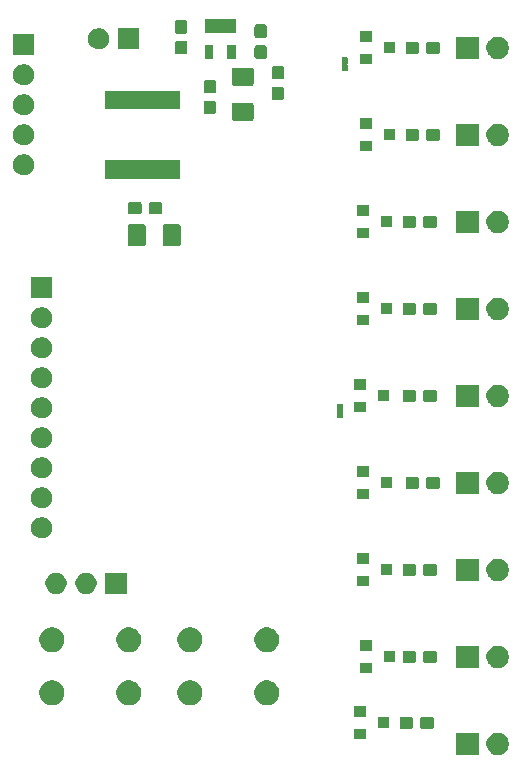
<source format=gbr>
G04 #@! TF.GenerationSoftware,KiCad,Pcbnew,(5.1.5-0-10_14)*
G04 #@! TF.CreationDate,2020-02-27T20:03:29-05:00*
G04 #@! TF.ProjectId,led_level_pcb,6c65645f-6c65-4766-956c-5f7063622e6b,rev?*
G04 #@! TF.SameCoordinates,Original*
G04 #@! TF.FileFunction,Soldermask,Top*
G04 #@! TF.FilePolarity,Negative*
%FSLAX46Y46*%
G04 Gerber Fmt 4.6, Leading zero omitted, Abs format (unit mm)*
G04 Created by KiCad (PCBNEW (5.1.5-0-10_14)) date 2020-02-27 20:03:29*
%MOMM*%
%LPD*%
G04 APERTURE LIST*
%ADD10C,0.100000*%
G04 APERTURE END LIST*
D10*
G36*
X223797395Y-84683546D02*
G01*
X223970466Y-84755234D01*
X223970467Y-84755235D01*
X224126227Y-84859310D01*
X224258690Y-84991773D01*
X224258691Y-84991775D01*
X224362766Y-85147534D01*
X224434454Y-85320605D01*
X224471000Y-85504333D01*
X224471000Y-85691667D01*
X224434454Y-85875395D01*
X224362766Y-86048466D01*
X224362765Y-86048467D01*
X224258690Y-86204227D01*
X224126227Y-86336690D01*
X224047818Y-86389081D01*
X223970466Y-86440766D01*
X223797395Y-86512454D01*
X223613667Y-86549000D01*
X223426333Y-86549000D01*
X223242605Y-86512454D01*
X223069534Y-86440766D01*
X222992182Y-86389081D01*
X222913773Y-86336690D01*
X222781310Y-86204227D01*
X222677235Y-86048467D01*
X222677234Y-86048466D01*
X222605546Y-85875395D01*
X222569000Y-85691667D01*
X222569000Y-85504333D01*
X222605546Y-85320605D01*
X222677234Y-85147534D01*
X222781309Y-84991775D01*
X222781310Y-84991773D01*
X222913773Y-84859310D01*
X223069533Y-84755235D01*
X223069534Y-84755234D01*
X223242605Y-84683546D01*
X223426333Y-84647000D01*
X223613667Y-84647000D01*
X223797395Y-84683546D01*
G37*
G36*
X221931000Y-86549000D02*
G01*
X220029000Y-86549000D01*
X220029000Y-84647000D01*
X221931000Y-84647000D01*
X221931000Y-86549000D01*
G37*
G36*
X212353000Y-85221000D02*
G01*
X211351000Y-85221000D01*
X211351000Y-84319000D01*
X212353000Y-84319000D01*
X212353000Y-85221000D01*
G37*
G36*
X217951499Y-83298445D02*
G01*
X217988995Y-83309820D01*
X218023554Y-83328292D01*
X218053847Y-83353153D01*
X218078708Y-83383446D01*
X218097180Y-83418005D01*
X218108555Y-83455501D01*
X218113000Y-83500638D01*
X218113000Y-84139362D01*
X218108555Y-84184499D01*
X218097180Y-84221995D01*
X218078708Y-84256554D01*
X218053847Y-84286847D01*
X218023554Y-84311708D01*
X217988995Y-84330180D01*
X217951499Y-84341555D01*
X217906362Y-84346000D01*
X217167638Y-84346000D01*
X217122501Y-84341555D01*
X217085005Y-84330180D01*
X217050446Y-84311708D01*
X217020153Y-84286847D01*
X216995292Y-84256554D01*
X216976820Y-84221995D01*
X216965445Y-84184499D01*
X216961000Y-84139362D01*
X216961000Y-83500638D01*
X216965445Y-83455501D01*
X216976820Y-83418005D01*
X216995292Y-83383446D01*
X217020153Y-83353153D01*
X217050446Y-83328292D01*
X217085005Y-83309820D01*
X217122501Y-83298445D01*
X217167638Y-83294000D01*
X217906362Y-83294000D01*
X217951499Y-83298445D01*
G37*
G36*
X216201499Y-83298445D02*
G01*
X216238995Y-83309820D01*
X216273554Y-83328292D01*
X216303847Y-83353153D01*
X216328708Y-83383446D01*
X216347180Y-83418005D01*
X216358555Y-83455501D01*
X216363000Y-83500638D01*
X216363000Y-84139362D01*
X216358555Y-84184499D01*
X216347180Y-84221995D01*
X216328708Y-84256554D01*
X216303847Y-84286847D01*
X216273554Y-84311708D01*
X216238995Y-84330180D01*
X216201499Y-84341555D01*
X216156362Y-84346000D01*
X215417638Y-84346000D01*
X215372501Y-84341555D01*
X215335005Y-84330180D01*
X215300446Y-84311708D01*
X215270153Y-84286847D01*
X215245292Y-84256554D01*
X215226820Y-84221995D01*
X215215445Y-84184499D01*
X215211000Y-84139362D01*
X215211000Y-83500638D01*
X215215445Y-83455501D01*
X215226820Y-83418005D01*
X215245292Y-83383446D01*
X215270153Y-83353153D01*
X215300446Y-83328292D01*
X215335005Y-83309820D01*
X215372501Y-83298445D01*
X215417638Y-83294000D01*
X216156362Y-83294000D01*
X216201499Y-83298445D01*
G37*
G36*
X214353000Y-84271000D02*
G01*
X213351000Y-84271000D01*
X213351000Y-83369000D01*
X214353000Y-83369000D01*
X214353000Y-84271000D01*
G37*
G36*
X212353000Y-83321000D02*
G01*
X211351000Y-83321000D01*
X211351000Y-82419000D01*
X212353000Y-82419000D01*
X212353000Y-83321000D01*
G37*
G36*
X204268564Y-80269389D02*
G01*
X204459833Y-80348615D01*
X204459835Y-80348616D01*
X204631973Y-80463635D01*
X204778365Y-80610027D01*
X204893385Y-80782167D01*
X204972611Y-80973436D01*
X205013000Y-81176484D01*
X205013000Y-81383516D01*
X204972611Y-81586564D01*
X204893385Y-81777833D01*
X204893384Y-81777835D01*
X204778365Y-81949973D01*
X204631973Y-82096365D01*
X204459835Y-82211384D01*
X204459834Y-82211385D01*
X204459833Y-82211385D01*
X204268564Y-82290611D01*
X204065516Y-82331000D01*
X203858484Y-82331000D01*
X203655436Y-82290611D01*
X203464167Y-82211385D01*
X203464166Y-82211385D01*
X203464165Y-82211384D01*
X203292027Y-82096365D01*
X203145635Y-81949973D01*
X203030616Y-81777835D01*
X203030615Y-81777833D01*
X202951389Y-81586564D01*
X202911000Y-81383516D01*
X202911000Y-81176484D01*
X202951389Y-80973436D01*
X203030615Y-80782167D01*
X203145635Y-80610027D01*
X203292027Y-80463635D01*
X203464165Y-80348616D01*
X203464167Y-80348615D01*
X203655436Y-80269389D01*
X203858484Y-80229000D01*
X204065516Y-80229000D01*
X204268564Y-80269389D01*
G37*
G36*
X197768564Y-80269389D02*
G01*
X197959833Y-80348615D01*
X197959835Y-80348616D01*
X198131973Y-80463635D01*
X198278365Y-80610027D01*
X198393385Y-80782167D01*
X198472611Y-80973436D01*
X198513000Y-81176484D01*
X198513000Y-81383516D01*
X198472611Y-81586564D01*
X198393385Y-81777833D01*
X198393384Y-81777835D01*
X198278365Y-81949973D01*
X198131973Y-82096365D01*
X197959835Y-82211384D01*
X197959834Y-82211385D01*
X197959833Y-82211385D01*
X197768564Y-82290611D01*
X197565516Y-82331000D01*
X197358484Y-82331000D01*
X197155436Y-82290611D01*
X196964167Y-82211385D01*
X196964166Y-82211385D01*
X196964165Y-82211384D01*
X196792027Y-82096365D01*
X196645635Y-81949973D01*
X196530616Y-81777835D01*
X196530615Y-81777833D01*
X196451389Y-81586564D01*
X196411000Y-81383516D01*
X196411000Y-81176484D01*
X196451389Y-80973436D01*
X196530615Y-80782167D01*
X196645635Y-80610027D01*
X196792027Y-80463635D01*
X196964165Y-80348616D01*
X196964167Y-80348615D01*
X197155436Y-80269389D01*
X197358484Y-80229000D01*
X197565516Y-80229000D01*
X197768564Y-80269389D01*
G37*
G36*
X192584564Y-80269389D02*
G01*
X192775833Y-80348615D01*
X192775835Y-80348616D01*
X192947973Y-80463635D01*
X193094365Y-80610027D01*
X193209385Y-80782167D01*
X193288611Y-80973436D01*
X193329000Y-81176484D01*
X193329000Y-81383516D01*
X193288611Y-81586564D01*
X193209385Y-81777833D01*
X193209384Y-81777835D01*
X193094365Y-81949973D01*
X192947973Y-82096365D01*
X192775835Y-82211384D01*
X192775834Y-82211385D01*
X192775833Y-82211385D01*
X192584564Y-82290611D01*
X192381516Y-82331000D01*
X192174484Y-82331000D01*
X191971436Y-82290611D01*
X191780167Y-82211385D01*
X191780166Y-82211385D01*
X191780165Y-82211384D01*
X191608027Y-82096365D01*
X191461635Y-81949973D01*
X191346616Y-81777835D01*
X191346615Y-81777833D01*
X191267389Y-81586564D01*
X191227000Y-81383516D01*
X191227000Y-81176484D01*
X191267389Y-80973436D01*
X191346615Y-80782167D01*
X191461635Y-80610027D01*
X191608027Y-80463635D01*
X191780165Y-80348616D01*
X191780167Y-80348615D01*
X191971436Y-80269389D01*
X192174484Y-80229000D01*
X192381516Y-80229000D01*
X192584564Y-80269389D01*
G37*
G36*
X186084564Y-80269389D02*
G01*
X186275833Y-80348615D01*
X186275835Y-80348616D01*
X186447973Y-80463635D01*
X186594365Y-80610027D01*
X186709385Y-80782167D01*
X186788611Y-80973436D01*
X186829000Y-81176484D01*
X186829000Y-81383516D01*
X186788611Y-81586564D01*
X186709385Y-81777833D01*
X186709384Y-81777835D01*
X186594365Y-81949973D01*
X186447973Y-82096365D01*
X186275835Y-82211384D01*
X186275834Y-82211385D01*
X186275833Y-82211385D01*
X186084564Y-82290611D01*
X185881516Y-82331000D01*
X185674484Y-82331000D01*
X185471436Y-82290611D01*
X185280167Y-82211385D01*
X185280166Y-82211385D01*
X185280165Y-82211384D01*
X185108027Y-82096365D01*
X184961635Y-81949973D01*
X184846616Y-81777835D01*
X184846615Y-81777833D01*
X184767389Y-81586564D01*
X184727000Y-81383516D01*
X184727000Y-81176484D01*
X184767389Y-80973436D01*
X184846615Y-80782167D01*
X184961635Y-80610027D01*
X185108027Y-80463635D01*
X185280165Y-80348616D01*
X185280167Y-80348615D01*
X185471436Y-80269389D01*
X185674484Y-80229000D01*
X185881516Y-80229000D01*
X186084564Y-80269389D01*
G37*
G36*
X212861000Y-79633000D02*
G01*
X211859000Y-79633000D01*
X211859000Y-78731000D01*
X212861000Y-78731000D01*
X212861000Y-79633000D01*
G37*
G36*
X221931000Y-79183000D02*
G01*
X220029000Y-79183000D01*
X220029000Y-77281000D01*
X221931000Y-77281000D01*
X221931000Y-79183000D01*
G37*
G36*
X223797395Y-77317546D02*
G01*
X223970466Y-77389234D01*
X223970467Y-77389235D01*
X224126227Y-77493310D01*
X224258690Y-77625773D01*
X224258691Y-77625775D01*
X224362766Y-77781534D01*
X224434454Y-77954605D01*
X224471000Y-78138333D01*
X224471000Y-78325667D01*
X224434454Y-78509395D01*
X224362766Y-78682466D01*
X224325673Y-78737980D01*
X224258690Y-78838227D01*
X224126227Y-78970690D01*
X224047818Y-79023081D01*
X223970466Y-79074766D01*
X223797395Y-79146454D01*
X223613667Y-79183000D01*
X223426333Y-79183000D01*
X223242605Y-79146454D01*
X223069534Y-79074766D01*
X222992182Y-79023081D01*
X222913773Y-78970690D01*
X222781310Y-78838227D01*
X222714327Y-78737980D01*
X222677234Y-78682466D01*
X222605546Y-78509395D01*
X222569000Y-78325667D01*
X222569000Y-78138333D01*
X222605546Y-77954605D01*
X222677234Y-77781534D01*
X222781309Y-77625775D01*
X222781310Y-77625773D01*
X222913773Y-77493310D01*
X223069533Y-77389235D01*
X223069534Y-77389234D01*
X223242605Y-77317546D01*
X223426333Y-77281000D01*
X223613667Y-77281000D01*
X223797395Y-77317546D01*
G37*
G36*
X218205499Y-77710445D02*
G01*
X218242995Y-77721820D01*
X218277554Y-77740292D01*
X218307847Y-77765153D01*
X218332708Y-77795446D01*
X218351180Y-77830005D01*
X218362555Y-77867501D01*
X218367000Y-77912638D01*
X218367000Y-78551362D01*
X218362555Y-78596499D01*
X218351180Y-78633995D01*
X218332708Y-78668554D01*
X218307847Y-78698847D01*
X218277554Y-78723708D01*
X218242995Y-78742180D01*
X218205499Y-78753555D01*
X218160362Y-78758000D01*
X217421638Y-78758000D01*
X217376501Y-78753555D01*
X217339005Y-78742180D01*
X217304446Y-78723708D01*
X217274153Y-78698847D01*
X217249292Y-78668554D01*
X217230820Y-78633995D01*
X217219445Y-78596499D01*
X217215000Y-78551362D01*
X217215000Y-77912638D01*
X217219445Y-77867501D01*
X217230820Y-77830005D01*
X217249292Y-77795446D01*
X217274153Y-77765153D01*
X217304446Y-77740292D01*
X217339005Y-77721820D01*
X217376501Y-77710445D01*
X217421638Y-77706000D01*
X218160362Y-77706000D01*
X218205499Y-77710445D01*
G37*
G36*
X216455499Y-77710445D02*
G01*
X216492995Y-77721820D01*
X216527554Y-77740292D01*
X216557847Y-77765153D01*
X216582708Y-77795446D01*
X216601180Y-77830005D01*
X216612555Y-77867501D01*
X216617000Y-77912638D01*
X216617000Y-78551362D01*
X216612555Y-78596499D01*
X216601180Y-78633995D01*
X216582708Y-78668554D01*
X216557847Y-78698847D01*
X216527554Y-78723708D01*
X216492995Y-78742180D01*
X216455499Y-78753555D01*
X216410362Y-78758000D01*
X215671638Y-78758000D01*
X215626501Y-78753555D01*
X215589005Y-78742180D01*
X215554446Y-78723708D01*
X215524153Y-78698847D01*
X215499292Y-78668554D01*
X215480820Y-78633995D01*
X215469445Y-78596499D01*
X215465000Y-78551362D01*
X215465000Y-77912638D01*
X215469445Y-77867501D01*
X215480820Y-77830005D01*
X215499292Y-77795446D01*
X215524153Y-77765153D01*
X215554446Y-77740292D01*
X215589005Y-77721820D01*
X215626501Y-77710445D01*
X215671638Y-77706000D01*
X216410362Y-77706000D01*
X216455499Y-77710445D01*
G37*
G36*
X214861000Y-78683000D02*
G01*
X213859000Y-78683000D01*
X213859000Y-77781000D01*
X214861000Y-77781000D01*
X214861000Y-78683000D01*
G37*
G36*
X186084564Y-75769389D02*
G01*
X186275833Y-75848615D01*
X186275835Y-75848616D01*
X186447973Y-75963635D01*
X186594365Y-76110027D01*
X186709385Y-76282167D01*
X186788611Y-76473436D01*
X186829000Y-76676484D01*
X186829000Y-76883516D01*
X186788611Y-77086564D01*
X186709385Y-77277833D01*
X186709384Y-77277835D01*
X186594365Y-77449973D01*
X186447973Y-77596365D01*
X186275835Y-77711384D01*
X186275834Y-77711385D01*
X186275833Y-77711385D01*
X186084564Y-77790611D01*
X185881516Y-77831000D01*
X185674484Y-77831000D01*
X185471436Y-77790611D01*
X185280167Y-77711385D01*
X185280166Y-77711385D01*
X185280165Y-77711384D01*
X185108027Y-77596365D01*
X184961635Y-77449973D01*
X184846616Y-77277835D01*
X184846615Y-77277833D01*
X184767389Y-77086564D01*
X184727000Y-76883516D01*
X184727000Y-76676484D01*
X184767389Y-76473436D01*
X184846615Y-76282167D01*
X184961635Y-76110027D01*
X185108027Y-75963635D01*
X185280165Y-75848616D01*
X185280167Y-75848615D01*
X185471436Y-75769389D01*
X185674484Y-75729000D01*
X185881516Y-75729000D01*
X186084564Y-75769389D01*
G37*
G36*
X192584564Y-75769389D02*
G01*
X192775833Y-75848615D01*
X192775835Y-75848616D01*
X192947973Y-75963635D01*
X193094365Y-76110027D01*
X193209385Y-76282167D01*
X193288611Y-76473436D01*
X193329000Y-76676484D01*
X193329000Y-76883516D01*
X193288611Y-77086564D01*
X193209385Y-77277833D01*
X193209384Y-77277835D01*
X193094365Y-77449973D01*
X192947973Y-77596365D01*
X192775835Y-77711384D01*
X192775834Y-77711385D01*
X192775833Y-77711385D01*
X192584564Y-77790611D01*
X192381516Y-77831000D01*
X192174484Y-77831000D01*
X191971436Y-77790611D01*
X191780167Y-77711385D01*
X191780166Y-77711385D01*
X191780165Y-77711384D01*
X191608027Y-77596365D01*
X191461635Y-77449973D01*
X191346616Y-77277835D01*
X191346615Y-77277833D01*
X191267389Y-77086564D01*
X191227000Y-76883516D01*
X191227000Y-76676484D01*
X191267389Y-76473436D01*
X191346615Y-76282167D01*
X191461635Y-76110027D01*
X191608027Y-75963635D01*
X191780165Y-75848616D01*
X191780167Y-75848615D01*
X191971436Y-75769389D01*
X192174484Y-75729000D01*
X192381516Y-75729000D01*
X192584564Y-75769389D01*
G37*
G36*
X197768564Y-75769389D02*
G01*
X197959833Y-75848615D01*
X197959835Y-75848616D01*
X198131973Y-75963635D01*
X198278365Y-76110027D01*
X198393385Y-76282167D01*
X198472611Y-76473436D01*
X198513000Y-76676484D01*
X198513000Y-76883516D01*
X198472611Y-77086564D01*
X198393385Y-77277833D01*
X198393384Y-77277835D01*
X198278365Y-77449973D01*
X198131973Y-77596365D01*
X197959835Y-77711384D01*
X197959834Y-77711385D01*
X197959833Y-77711385D01*
X197768564Y-77790611D01*
X197565516Y-77831000D01*
X197358484Y-77831000D01*
X197155436Y-77790611D01*
X196964167Y-77711385D01*
X196964166Y-77711385D01*
X196964165Y-77711384D01*
X196792027Y-77596365D01*
X196645635Y-77449973D01*
X196530616Y-77277835D01*
X196530615Y-77277833D01*
X196451389Y-77086564D01*
X196411000Y-76883516D01*
X196411000Y-76676484D01*
X196451389Y-76473436D01*
X196530615Y-76282167D01*
X196645635Y-76110027D01*
X196792027Y-75963635D01*
X196964165Y-75848616D01*
X196964167Y-75848615D01*
X197155436Y-75769389D01*
X197358484Y-75729000D01*
X197565516Y-75729000D01*
X197768564Y-75769389D01*
G37*
G36*
X204268564Y-75769389D02*
G01*
X204459833Y-75848615D01*
X204459835Y-75848616D01*
X204631973Y-75963635D01*
X204778365Y-76110027D01*
X204893385Y-76282167D01*
X204972611Y-76473436D01*
X205013000Y-76676484D01*
X205013000Y-76883516D01*
X204972611Y-77086564D01*
X204893385Y-77277833D01*
X204893384Y-77277835D01*
X204778365Y-77449973D01*
X204631973Y-77596365D01*
X204459835Y-77711384D01*
X204459834Y-77711385D01*
X204459833Y-77711385D01*
X204268564Y-77790611D01*
X204065516Y-77831000D01*
X203858484Y-77831000D01*
X203655436Y-77790611D01*
X203464167Y-77711385D01*
X203464166Y-77711385D01*
X203464165Y-77711384D01*
X203292027Y-77596365D01*
X203145635Y-77449973D01*
X203030616Y-77277835D01*
X203030615Y-77277833D01*
X202951389Y-77086564D01*
X202911000Y-76883516D01*
X202911000Y-76676484D01*
X202951389Y-76473436D01*
X203030615Y-76282167D01*
X203145635Y-76110027D01*
X203292027Y-75963635D01*
X203464165Y-75848616D01*
X203464167Y-75848615D01*
X203655436Y-75769389D01*
X203858484Y-75729000D01*
X204065516Y-75729000D01*
X204268564Y-75769389D01*
G37*
G36*
X212861000Y-77733000D02*
G01*
X211859000Y-77733000D01*
X211859000Y-76831000D01*
X212861000Y-76831000D01*
X212861000Y-77733000D01*
G37*
G36*
X192105998Y-72920042D02*
G01*
X190303998Y-72920042D01*
X190303998Y-71118042D01*
X192105998Y-71118042D01*
X192105998Y-72920042D01*
G37*
G36*
X186238510Y-71122969D02*
G01*
X186387810Y-71152666D01*
X186551782Y-71220586D01*
X186699352Y-71319189D01*
X186824851Y-71444688D01*
X186923454Y-71592258D01*
X186991374Y-71756230D01*
X187025998Y-71930301D01*
X187025998Y-72107783D01*
X186991374Y-72281854D01*
X186923454Y-72445826D01*
X186824851Y-72593396D01*
X186699352Y-72718895D01*
X186551782Y-72817498D01*
X186387810Y-72885418D01*
X186238510Y-72915115D01*
X186213740Y-72920042D01*
X186036256Y-72920042D01*
X186011486Y-72915115D01*
X185862186Y-72885418D01*
X185698214Y-72817498D01*
X185550644Y-72718895D01*
X185425145Y-72593396D01*
X185326542Y-72445826D01*
X185258622Y-72281854D01*
X185223998Y-72107783D01*
X185223998Y-71930301D01*
X185258622Y-71756230D01*
X185326542Y-71592258D01*
X185425145Y-71444688D01*
X185550644Y-71319189D01*
X185698214Y-71220586D01*
X185862186Y-71152666D01*
X186011486Y-71122969D01*
X186036256Y-71118042D01*
X186213740Y-71118042D01*
X186238510Y-71122969D01*
G37*
G36*
X188778510Y-71122969D02*
G01*
X188927810Y-71152666D01*
X189091782Y-71220586D01*
X189239352Y-71319189D01*
X189364851Y-71444688D01*
X189463454Y-71592258D01*
X189531374Y-71756230D01*
X189565998Y-71930301D01*
X189565998Y-72107783D01*
X189531374Y-72281854D01*
X189463454Y-72445826D01*
X189364851Y-72593396D01*
X189239352Y-72718895D01*
X189091782Y-72817498D01*
X188927810Y-72885418D01*
X188778510Y-72915115D01*
X188753740Y-72920042D01*
X188576256Y-72920042D01*
X188551486Y-72915115D01*
X188402186Y-72885418D01*
X188238214Y-72817498D01*
X188090644Y-72718895D01*
X187965145Y-72593396D01*
X187866542Y-72445826D01*
X187798622Y-72281854D01*
X187763998Y-72107783D01*
X187763998Y-71930301D01*
X187798622Y-71756230D01*
X187866542Y-71592258D01*
X187965145Y-71444688D01*
X188090644Y-71319189D01*
X188238214Y-71220586D01*
X188402186Y-71152666D01*
X188551486Y-71122969D01*
X188576256Y-71118042D01*
X188753740Y-71118042D01*
X188778510Y-71122969D01*
G37*
G36*
X212607000Y-72267000D02*
G01*
X211605000Y-72267000D01*
X211605000Y-71365000D01*
X212607000Y-71365000D01*
X212607000Y-72267000D01*
G37*
G36*
X223797395Y-69951546D02*
G01*
X223970466Y-70023234D01*
X223970467Y-70023235D01*
X224126227Y-70127310D01*
X224258690Y-70259773D01*
X224258691Y-70259775D01*
X224362766Y-70415534D01*
X224434454Y-70588605D01*
X224471000Y-70772333D01*
X224471000Y-70959667D01*
X224434454Y-71143395D01*
X224362766Y-71316466D01*
X224325673Y-71371980D01*
X224258690Y-71472227D01*
X224126227Y-71604690D01*
X224047818Y-71657081D01*
X223970466Y-71708766D01*
X223797395Y-71780454D01*
X223613667Y-71817000D01*
X223426333Y-71817000D01*
X223242605Y-71780454D01*
X223069534Y-71708766D01*
X222992182Y-71657081D01*
X222913773Y-71604690D01*
X222781310Y-71472227D01*
X222714327Y-71371980D01*
X222677234Y-71316466D01*
X222605546Y-71143395D01*
X222569000Y-70959667D01*
X222569000Y-70772333D01*
X222605546Y-70588605D01*
X222677234Y-70415534D01*
X222781309Y-70259775D01*
X222781310Y-70259773D01*
X222913773Y-70127310D01*
X223069533Y-70023235D01*
X223069534Y-70023234D01*
X223242605Y-69951546D01*
X223426333Y-69915000D01*
X223613667Y-69915000D01*
X223797395Y-69951546D01*
G37*
G36*
X221931000Y-71817000D02*
G01*
X220029000Y-71817000D01*
X220029000Y-69915000D01*
X221931000Y-69915000D01*
X221931000Y-71817000D01*
G37*
G36*
X218205499Y-70344445D02*
G01*
X218242995Y-70355820D01*
X218277554Y-70374292D01*
X218307847Y-70399153D01*
X218332708Y-70429446D01*
X218351180Y-70464005D01*
X218362555Y-70501501D01*
X218367000Y-70546638D01*
X218367000Y-71185362D01*
X218362555Y-71230499D01*
X218351180Y-71267995D01*
X218332708Y-71302554D01*
X218307847Y-71332847D01*
X218277554Y-71357708D01*
X218242995Y-71376180D01*
X218205499Y-71387555D01*
X218160362Y-71392000D01*
X217421638Y-71392000D01*
X217376501Y-71387555D01*
X217339005Y-71376180D01*
X217304446Y-71357708D01*
X217274153Y-71332847D01*
X217249292Y-71302554D01*
X217230820Y-71267995D01*
X217219445Y-71230499D01*
X217215000Y-71185362D01*
X217215000Y-70546638D01*
X217219445Y-70501501D01*
X217230820Y-70464005D01*
X217249292Y-70429446D01*
X217274153Y-70399153D01*
X217304446Y-70374292D01*
X217339005Y-70355820D01*
X217376501Y-70344445D01*
X217421638Y-70340000D01*
X218160362Y-70340000D01*
X218205499Y-70344445D01*
G37*
G36*
X216455499Y-70344445D02*
G01*
X216492995Y-70355820D01*
X216527554Y-70374292D01*
X216557847Y-70399153D01*
X216582708Y-70429446D01*
X216601180Y-70464005D01*
X216612555Y-70501501D01*
X216617000Y-70546638D01*
X216617000Y-71185362D01*
X216612555Y-71230499D01*
X216601180Y-71267995D01*
X216582708Y-71302554D01*
X216557847Y-71332847D01*
X216527554Y-71357708D01*
X216492995Y-71376180D01*
X216455499Y-71387555D01*
X216410362Y-71392000D01*
X215671638Y-71392000D01*
X215626501Y-71387555D01*
X215589005Y-71376180D01*
X215554446Y-71357708D01*
X215524153Y-71332847D01*
X215499292Y-71302554D01*
X215480820Y-71267995D01*
X215469445Y-71230499D01*
X215465000Y-71185362D01*
X215465000Y-70546638D01*
X215469445Y-70501501D01*
X215480820Y-70464005D01*
X215499292Y-70429446D01*
X215524153Y-70399153D01*
X215554446Y-70374292D01*
X215589005Y-70355820D01*
X215626501Y-70344445D01*
X215671638Y-70340000D01*
X216410362Y-70340000D01*
X216455499Y-70344445D01*
G37*
G36*
X214607000Y-71317000D02*
G01*
X213605000Y-71317000D01*
X213605000Y-70415000D01*
X214607000Y-70415000D01*
X214607000Y-71317000D01*
G37*
G36*
X212607000Y-70367000D02*
G01*
X211605000Y-70367000D01*
X211605000Y-69465000D01*
X212607000Y-69465000D01*
X212607000Y-70367000D01*
G37*
G36*
X185025512Y-66413927D02*
G01*
X185174812Y-66443624D01*
X185338784Y-66511544D01*
X185486354Y-66610147D01*
X185611853Y-66735646D01*
X185710456Y-66883216D01*
X185778376Y-67047188D01*
X185813000Y-67221259D01*
X185813000Y-67398741D01*
X185778376Y-67572812D01*
X185710456Y-67736784D01*
X185611853Y-67884354D01*
X185486354Y-68009853D01*
X185338784Y-68108456D01*
X185174812Y-68176376D01*
X185025512Y-68206073D01*
X185000742Y-68211000D01*
X184823258Y-68211000D01*
X184798488Y-68206073D01*
X184649188Y-68176376D01*
X184485216Y-68108456D01*
X184337646Y-68009853D01*
X184212147Y-67884354D01*
X184113544Y-67736784D01*
X184045624Y-67572812D01*
X184011000Y-67398741D01*
X184011000Y-67221259D01*
X184045624Y-67047188D01*
X184113544Y-66883216D01*
X184212147Y-66735646D01*
X184337646Y-66610147D01*
X184485216Y-66511544D01*
X184649188Y-66443624D01*
X184798488Y-66413927D01*
X184823258Y-66409000D01*
X185000742Y-66409000D01*
X185025512Y-66413927D01*
G37*
G36*
X185025512Y-63873927D02*
G01*
X185174812Y-63903624D01*
X185338784Y-63971544D01*
X185486354Y-64070147D01*
X185611853Y-64195646D01*
X185710456Y-64343216D01*
X185778376Y-64507188D01*
X185813000Y-64681259D01*
X185813000Y-64858741D01*
X185778376Y-65032812D01*
X185710456Y-65196784D01*
X185611853Y-65344354D01*
X185486354Y-65469853D01*
X185338784Y-65568456D01*
X185174812Y-65636376D01*
X185025512Y-65666073D01*
X185000742Y-65671000D01*
X184823258Y-65671000D01*
X184798488Y-65666073D01*
X184649188Y-65636376D01*
X184485216Y-65568456D01*
X184337646Y-65469853D01*
X184212147Y-65344354D01*
X184113544Y-65196784D01*
X184045624Y-65032812D01*
X184011000Y-64858741D01*
X184011000Y-64681259D01*
X184045624Y-64507188D01*
X184113544Y-64343216D01*
X184212147Y-64195646D01*
X184337646Y-64070147D01*
X184485216Y-63971544D01*
X184649188Y-63903624D01*
X184798488Y-63873927D01*
X184823258Y-63869000D01*
X185000742Y-63869000D01*
X185025512Y-63873927D01*
G37*
G36*
X212607000Y-64901000D02*
G01*
X211605000Y-64901000D01*
X211605000Y-63999000D01*
X212607000Y-63999000D01*
X212607000Y-64901000D01*
G37*
G36*
X223797395Y-62585546D02*
G01*
X223970466Y-62657234D01*
X223970467Y-62657235D01*
X224126227Y-62761310D01*
X224258690Y-62893773D01*
X224258691Y-62893775D01*
X224362766Y-63049534D01*
X224434454Y-63222605D01*
X224471000Y-63406333D01*
X224471000Y-63593667D01*
X224434454Y-63777395D01*
X224362766Y-63950466D01*
X224325673Y-64005980D01*
X224258690Y-64106227D01*
X224126227Y-64238690D01*
X224047818Y-64291081D01*
X223970466Y-64342766D01*
X223797395Y-64414454D01*
X223613667Y-64451000D01*
X223426333Y-64451000D01*
X223242605Y-64414454D01*
X223069534Y-64342766D01*
X222992182Y-64291081D01*
X222913773Y-64238690D01*
X222781310Y-64106227D01*
X222714327Y-64005980D01*
X222677234Y-63950466D01*
X222605546Y-63777395D01*
X222569000Y-63593667D01*
X222569000Y-63406333D01*
X222605546Y-63222605D01*
X222677234Y-63049534D01*
X222781309Y-62893775D01*
X222781310Y-62893773D01*
X222913773Y-62761310D01*
X223069533Y-62657235D01*
X223069534Y-62657234D01*
X223242605Y-62585546D01*
X223426333Y-62549000D01*
X223613667Y-62549000D01*
X223797395Y-62585546D01*
G37*
G36*
X221931000Y-64451000D02*
G01*
X220029000Y-64451000D01*
X220029000Y-62549000D01*
X221931000Y-62549000D01*
X221931000Y-64451000D01*
G37*
G36*
X218459499Y-62978445D02*
G01*
X218496995Y-62989820D01*
X218531554Y-63008292D01*
X218561847Y-63033153D01*
X218586708Y-63063446D01*
X218605180Y-63098005D01*
X218616555Y-63135501D01*
X218621000Y-63180638D01*
X218621000Y-63819362D01*
X218616555Y-63864499D01*
X218605180Y-63901995D01*
X218586708Y-63936554D01*
X218561847Y-63966847D01*
X218531554Y-63991708D01*
X218496995Y-64010180D01*
X218459499Y-64021555D01*
X218414362Y-64026000D01*
X217675638Y-64026000D01*
X217630501Y-64021555D01*
X217593005Y-64010180D01*
X217558446Y-63991708D01*
X217528153Y-63966847D01*
X217503292Y-63936554D01*
X217484820Y-63901995D01*
X217473445Y-63864499D01*
X217469000Y-63819362D01*
X217469000Y-63180638D01*
X217473445Y-63135501D01*
X217484820Y-63098005D01*
X217503292Y-63063446D01*
X217528153Y-63033153D01*
X217558446Y-63008292D01*
X217593005Y-62989820D01*
X217630501Y-62978445D01*
X217675638Y-62974000D01*
X218414362Y-62974000D01*
X218459499Y-62978445D01*
G37*
G36*
X216709499Y-62978445D02*
G01*
X216746995Y-62989820D01*
X216781554Y-63008292D01*
X216811847Y-63033153D01*
X216836708Y-63063446D01*
X216855180Y-63098005D01*
X216866555Y-63135501D01*
X216871000Y-63180638D01*
X216871000Y-63819362D01*
X216866555Y-63864499D01*
X216855180Y-63901995D01*
X216836708Y-63936554D01*
X216811847Y-63966847D01*
X216781554Y-63991708D01*
X216746995Y-64010180D01*
X216709499Y-64021555D01*
X216664362Y-64026000D01*
X215925638Y-64026000D01*
X215880501Y-64021555D01*
X215843005Y-64010180D01*
X215808446Y-63991708D01*
X215778153Y-63966847D01*
X215753292Y-63936554D01*
X215734820Y-63901995D01*
X215723445Y-63864499D01*
X215719000Y-63819362D01*
X215719000Y-63180638D01*
X215723445Y-63135501D01*
X215734820Y-63098005D01*
X215753292Y-63063446D01*
X215778153Y-63033153D01*
X215808446Y-63008292D01*
X215843005Y-62989820D01*
X215880501Y-62978445D01*
X215925638Y-62974000D01*
X216664362Y-62974000D01*
X216709499Y-62978445D01*
G37*
G36*
X214607000Y-63951000D02*
G01*
X213605000Y-63951000D01*
X213605000Y-63049000D01*
X214607000Y-63049000D01*
X214607000Y-63951000D01*
G37*
G36*
X185025512Y-61333927D02*
G01*
X185174812Y-61363624D01*
X185338784Y-61431544D01*
X185486354Y-61530147D01*
X185611853Y-61655646D01*
X185710456Y-61803216D01*
X185778376Y-61967188D01*
X185813000Y-62141259D01*
X185813000Y-62318741D01*
X185778376Y-62492812D01*
X185710456Y-62656784D01*
X185611853Y-62804354D01*
X185486354Y-62929853D01*
X185338784Y-63028456D01*
X185174812Y-63096376D01*
X185025512Y-63126073D01*
X185000742Y-63131000D01*
X184823258Y-63131000D01*
X184798488Y-63126073D01*
X184649188Y-63096376D01*
X184485216Y-63028456D01*
X184337646Y-62929853D01*
X184212147Y-62804354D01*
X184113544Y-62656784D01*
X184045624Y-62492812D01*
X184011000Y-62318741D01*
X184011000Y-62141259D01*
X184045624Y-61967188D01*
X184113544Y-61803216D01*
X184212147Y-61655646D01*
X184337646Y-61530147D01*
X184485216Y-61431544D01*
X184649188Y-61363624D01*
X184798488Y-61333927D01*
X184823258Y-61329000D01*
X185000742Y-61329000D01*
X185025512Y-61333927D01*
G37*
G36*
X212607000Y-63001000D02*
G01*
X211605000Y-63001000D01*
X211605000Y-62099000D01*
X212607000Y-62099000D01*
X212607000Y-63001000D01*
G37*
G36*
X185025512Y-58793927D02*
G01*
X185174812Y-58823624D01*
X185338784Y-58891544D01*
X185486354Y-58990147D01*
X185611853Y-59115646D01*
X185710456Y-59263216D01*
X185778376Y-59427188D01*
X185813000Y-59601259D01*
X185813000Y-59778741D01*
X185778376Y-59952812D01*
X185710456Y-60116784D01*
X185611853Y-60264354D01*
X185486354Y-60389853D01*
X185338784Y-60488456D01*
X185174812Y-60556376D01*
X185025512Y-60586073D01*
X185000742Y-60591000D01*
X184823258Y-60591000D01*
X184798488Y-60586073D01*
X184649188Y-60556376D01*
X184485216Y-60488456D01*
X184337646Y-60389853D01*
X184212147Y-60264354D01*
X184113544Y-60116784D01*
X184045624Y-59952812D01*
X184011000Y-59778741D01*
X184011000Y-59601259D01*
X184045624Y-59427188D01*
X184113544Y-59263216D01*
X184212147Y-59115646D01*
X184337646Y-58990147D01*
X184485216Y-58891544D01*
X184649188Y-58823624D01*
X184798488Y-58793927D01*
X184823258Y-58789000D01*
X185000742Y-58789000D01*
X185025512Y-58793927D01*
G37*
G36*
X185025512Y-56253927D02*
G01*
X185174812Y-56283624D01*
X185338784Y-56351544D01*
X185486354Y-56450147D01*
X185611853Y-56575646D01*
X185710456Y-56723216D01*
X185778376Y-56887188D01*
X185813000Y-57061259D01*
X185813000Y-57238741D01*
X185778376Y-57412812D01*
X185710456Y-57576784D01*
X185611853Y-57724354D01*
X185486354Y-57849853D01*
X185338784Y-57948456D01*
X185174812Y-58016376D01*
X185025512Y-58046073D01*
X185000742Y-58051000D01*
X184823258Y-58051000D01*
X184798488Y-58046073D01*
X184649188Y-58016376D01*
X184485216Y-57948456D01*
X184337646Y-57849853D01*
X184212147Y-57724354D01*
X184113544Y-57576784D01*
X184045624Y-57412812D01*
X184011000Y-57238741D01*
X184011000Y-57061259D01*
X184045624Y-56887188D01*
X184113544Y-56723216D01*
X184212147Y-56575646D01*
X184337646Y-56450147D01*
X184485216Y-56351544D01*
X184649188Y-56283624D01*
X184798488Y-56253927D01*
X184823258Y-56249000D01*
X185000742Y-56249000D01*
X185025512Y-56253927D01*
G37*
G36*
X210385170Y-56804803D02*
G01*
X210396875Y-56808354D01*
X210407665Y-56814121D01*
X210417119Y-56821881D01*
X210424879Y-56831335D01*
X210430646Y-56842125D01*
X210434197Y-56853830D01*
X210436000Y-56872138D01*
X210436000Y-57295862D01*
X210434197Y-57314170D01*
X210430645Y-57325877D01*
X210420383Y-57345077D01*
X210411006Y-57367716D01*
X210406226Y-57391749D01*
X210406226Y-57416253D01*
X210411007Y-57440286D01*
X210420383Y-57462923D01*
X210430645Y-57482123D01*
X210434197Y-57493830D01*
X210436000Y-57512138D01*
X210436000Y-57935862D01*
X210434197Y-57954170D01*
X210430646Y-57965875D01*
X210424879Y-57976665D01*
X210417119Y-57986119D01*
X210407665Y-57993879D01*
X210396875Y-57999646D01*
X210385170Y-58003197D01*
X210366862Y-58005000D01*
X210003138Y-58005000D01*
X209984830Y-58003197D01*
X209973125Y-57999646D01*
X209962335Y-57993879D01*
X209952881Y-57986119D01*
X209945121Y-57976665D01*
X209939354Y-57965875D01*
X209935803Y-57954170D01*
X209934000Y-57935862D01*
X209934000Y-57512138D01*
X209935803Y-57493830D01*
X209939355Y-57482123D01*
X209949617Y-57462923D01*
X209958994Y-57440284D01*
X209963774Y-57416251D01*
X209963774Y-57391747D01*
X209958993Y-57367714D01*
X209949617Y-57345077D01*
X209939355Y-57325877D01*
X209935803Y-57314170D01*
X209934000Y-57295862D01*
X209934000Y-56872138D01*
X209935803Y-56853830D01*
X209939354Y-56842125D01*
X209945121Y-56831335D01*
X209952881Y-56821881D01*
X209962335Y-56814121D01*
X209973125Y-56808354D01*
X209984830Y-56804803D01*
X210003138Y-56803000D01*
X210366862Y-56803000D01*
X210385170Y-56804803D01*
G37*
G36*
X212353000Y-57535000D02*
G01*
X211351000Y-57535000D01*
X211351000Y-56633000D01*
X212353000Y-56633000D01*
X212353000Y-57535000D01*
G37*
G36*
X223797395Y-55219546D02*
G01*
X223970466Y-55291234D01*
X223998331Y-55309853D01*
X224126227Y-55395310D01*
X224258690Y-55527773D01*
X224258691Y-55527775D01*
X224362766Y-55683534D01*
X224434454Y-55856605D01*
X224471000Y-56040333D01*
X224471000Y-56227667D01*
X224434454Y-56411395D01*
X224362766Y-56584466D01*
X224325673Y-56639980D01*
X224258690Y-56740227D01*
X224126227Y-56872690D01*
X224079344Y-56904016D01*
X223970466Y-56976766D01*
X223797395Y-57048454D01*
X223613667Y-57085000D01*
X223426333Y-57085000D01*
X223242605Y-57048454D01*
X223069534Y-56976766D01*
X222960656Y-56904016D01*
X222913773Y-56872690D01*
X222781310Y-56740227D01*
X222714327Y-56639980D01*
X222677234Y-56584466D01*
X222605546Y-56411395D01*
X222569000Y-56227667D01*
X222569000Y-56040333D01*
X222605546Y-55856605D01*
X222677234Y-55683534D01*
X222781309Y-55527775D01*
X222781310Y-55527773D01*
X222913773Y-55395310D01*
X223041669Y-55309853D01*
X223069534Y-55291234D01*
X223242605Y-55219546D01*
X223426333Y-55183000D01*
X223613667Y-55183000D01*
X223797395Y-55219546D01*
G37*
G36*
X221931000Y-57085000D02*
G01*
X220029000Y-57085000D01*
X220029000Y-55183000D01*
X221931000Y-55183000D01*
X221931000Y-57085000D01*
G37*
G36*
X216455499Y-55612445D02*
G01*
X216492995Y-55623820D01*
X216527554Y-55642292D01*
X216557847Y-55667153D01*
X216582708Y-55697446D01*
X216601180Y-55732005D01*
X216612555Y-55769501D01*
X216617000Y-55814638D01*
X216617000Y-56453362D01*
X216612555Y-56498499D01*
X216601180Y-56535995D01*
X216582708Y-56570554D01*
X216557847Y-56600847D01*
X216527554Y-56625708D01*
X216492995Y-56644180D01*
X216455499Y-56655555D01*
X216410362Y-56660000D01*
X215671638Y-56660000D01*
X215626501Y-56655555D01*
X215589005Y-56644180D01*
X215554446Y-56625708D01*
X215524153Y-56600847D01*
X215499292Y-56570554D01*
X215480820Y-56535995D01*
X215469445Y-56498499D01*
X215465000Y-56453362D01*
X215465000Y-55814638D01*
X215469445Y-55769501D01*
X215480820Y-55732005D01*
X215499292Y-55697446D01*
X215524153Y-55667153D01*
X215554446Y-55642292D01*
X215589005Y-55623820D01*
X215626501Y-55612445D01*
X215671638Y-55608000D01*
X216410362Y-55608000D01*
X216455499Y-55612445D01*
G37*
G36*
X218205499Y-55612445D02*
G01*
X218242995Y-55623820D01*
X218277554Y-55642292D01*
X218307847Y-55667153D01*
X218332708Y-55697446D01*
X218351180Y-55732005D01*
X218362555Y-55769501D01*
X218367000Y-55814638D01*
X218367000Y-56453362D01*
X218362555Y-56498499D01*
X218351180Y-56535995D01*
X218332708Y-56570554D01*
X218307847Y-56600847D01*
X218277554Y-56625708D01*
X218242995Y-56644180D01*
X218205499Y-56655555D01*
X218160362Y-56660000D01*
X217421638Y-56660000D01*
X217376501Y-56655555D01*
X217339005Y-56644180D01*
X217304446Y-56625708D01*
X217274153Y-56600847D01*
X217249292Y-56570554D01*
X217230820Y-56535995D01*
X217219445Y-56498499D01*
X217215000Y-56453362D01*
X217215000Y-55814638D01*
X217219445Y-55769501D01*
X217230820Y-55732005D01*
X217249292Y-55697446D01*
X217274153Y-55667153D01*
X217304446Y-55642292D01*
X217339005Y-55623820D01*
X217376501Y-55612445D01*
X217421638Y-55608000D01*
X218160362Y-55608000D01*
X218205499Y-55612445D01*
G37*
G36*
X214353000Y-56585000D02*
G01*
X213351000Y-56585000D01*
X213351000Y-55683000D01*
X214353000Y-55683000D01*
X214353000Y-56585000D01*
G37*
G36*
X212353000Y-55635000D02*
G01*
X211351000Y-55635000D01*
X211351000Y-54733000D01*
X212353000Y-54733000D01*
X212353000Y-55635000D01*
G37*
G36*
X185025512Y-53713927D02*
G01*
X185174812Y-53743624D01*
X185338784Y-53811544D01*
X185486354Y-53910147D01*
X185611853Y-54035646D01*
X185710456Y-54183216D01*
X185778376Y-54347188D01*
X185813000Y-54521259D01*
X185813000Y-54698741D01*
X185778376Y-54872812D01*
X185710456Y-55036784D01*
X185611853Y-55184354D01*
X185486354Y-55309853D01*
X185338784Y-55408456D01*
X185174812Y-55476376D01*
X185025512Y-55506073D01*
X185000742Y-55511000D01*
X184823258Y-55511000D01*
X184798488Y-55506073D01*
X184649188Y-55476376D01*
X184485216Y-55408456D01*
X184337646Y-55309853D01*
X184212147Y-55184354D01*
X184113544Y-55036784D01*
X184045624Y-54872812D01*
X184011000Y-54698741D01*
X184011000Y-54521259D01*
X184045624Y-54347188D01*
X184113544Y-54183216D01*
X184212147Y-54035646D01*
X184337646Y-53910147D01*
X184485216Y-53811544D01*
X184649188Y-53743624D01*
X184798488Y-53713927D01*
X184823258Y-53709000D01*
X185000742Y-53709000D01*
X185025512Y-53713927D01*
G37*
G36*
X185025512Y-51173927D02*
G01*
X185174812Y-51203624D01*
X185338784Y-51271544D01*
X185486354Y-51370147D01*
X185611853Y-51495646D01*
X185710456Y-51643216D01*
X185778376Y-51807188D01*
X185813000Y-51981259D01*
X185813000Y-52158741D01*
X185778376Y-52332812D01*
X185710456Y-52496784D01*
X185611853Y-52644354D01*
X185486354Y-52769853D01*
X185338784Y-52868456D01*
X185174812Y-52936376D01*
X185025512Y-52966073D01*
X185000742Y-52971000D01*
X184823258Y-52971000D01*
X184798488Y-52966073D01*
X184649188Y-52936376D01*
X184485216Y-52868456D01*
X184337646Y-52769853D01*
X184212147Y-52644354D01*
X184113544Y-52496784D01*
X184045624Y-52332812D01*
X184011000Y-52158741D01*
X184011000Y-51981259D01*
X184045624Y-51807188D01*
X184113544Y-51643216D01*
X184212147Y-51495646D01*
X184337646Y-51370147D01*
X184485216Y-51271544D01*
X184649188Y-51203624D01*
X184798488Y-51173927D01*
X184823258Y-51169000D01*
X185000742Y-51169000D01*
X185025512Y-51173927D01*
G37*
G36*
X185025512Y-48633927D02*
G01*
X185174812Y-48663624D01*
X185338784Y-48731544D01*
X185486354Y-48830147D01*
X185611853Y-48955646D01*
X185710456Y-49103216D01*
X185778376Y-49267188D01*
X185813000Y-49441259D01*
X185813000Y-49618741D01*
X185778376Y-49792812D01*
X185710456Y-49956784D01*
X185611853Y-50104354D01*
X185486354Y-50229853D01*
X185338784Y-50328456D01*
X185174812Y-50396376D01*
X185025512Y-50426073D01*
X185000742Y-50431000D01*
X184823258Y-50431000D01*
X184798488Y-50426073D01*
X184649188Y-50396376D01*
X184485216Y-50328456D01*
X184337646Y-50229853D01*
X184212147Y-50104354D01*
X184113544Y-49956784D01*
X184045624Y-49792812D01*
X184011000Y-49618741D01*
X184011000Y-49441259D01*
X184045624Y-49267188D01*
X184113544Y-49103216D01*
X184212147Y-48955646D01*
X184337646Y-48830147D01*
X184485216Y-48731544D01*
X184649188Y-48663624D01*
X184798488Y-48633927D01*
X184823258Y-48629000D01*
X185000742Y-48629000D01*
X185025512Y-48633927D01*
G37*
G36*
X212607000Y-50169000D02*
G01*
X211605000Y-50169000D01*
X211605000Y-49267000D01*
X212607000Y-49267000D01*
X212607000Y-50169000D01*
G37*
G36*
X223797395Y-47853546D02*
G01*
X223970466Y-47925234D01*
X223970467Y-47925235D01*
X224126227Y-48029310D01*
X224258690Y-48161773D01*
X224258691Y-48161775D01*
X224362766Y-48317534D01*
X224434454Y-48490605D01*
X224471000Y-48674333D01*
X224471000Y-48861667D01*
X224434454Y-49045395D01*
X224362766Y-49218466D01*
X224330211Y-49267188D01*
X224258690Y-49374227D01*
X224126227Y-49506690D01*
X224047818Y-49559081D01*
X223970466Y-49610766D01*
X223797395Y-49682454D01*
X223613667Y-49719000D01*
X223426333Y-49719000D01*
X223242605Y-49682454D01*
X223069534Y-49610766D01*
X222992182Y-49559081D01*
X222913773Y-49506690D01*
X222781310Y-49374227D01*
X222709789Y-49267188D01*
X222677234Y-49218466D01*
X222605546Y-49045395D01*
X222569000Y-48861667D01*
X222569000Y-48674333D01*
X222605546Y-48490605D01*
X222677234Y-48317534D01*
X222781309Y-48161775D01*
X222781310Y-48161773D01*
X222913773Y-48029310D01*
X223069533Y-47925235D01*
X223069534Y-47925234D01*
X223242605Y-47853546D01*
X223426333Y-47817000D01*
X223613667Y-47817000D01*
X223797395Y-47853546D01*
G37*
G36*
X221931000Y-49719000D02*
G01*
X220029000Y-49719000D01*
X220029000Y-47817000D01*
X221931000Y-47817000D01*
X221931000Y-49719000D01*
G37*
G36*
X218205499Y-48246445D02*
G01*
X218242995Y-48257820D01*
X218277554Y-48276292D01*
X218307847Y-48301153D01*
X218332708Y-48331446D01*
X218351180Y-48366005D01*
X218362555Y-48403501D01*
X218367000Y-48448638D01*
X218367000Y-49087362D01*
X218362555Y-49132499D01*
X218351180Y-49169995D01*
X218332708Y-49204554D01*
X218307847Y-49234847D01*
X218277554Y-49259708D01*
X218242995Y-49278180D01*
X218205499Y-49289555D01*
X218160362Y-49294000D01*
X217421638Y-49294000D01*
X217376501Y-49289555D01*
X217339005Y-49278180D01*
X217304446Y-49259708D01*
X217274153Y-49234847D01*
X217249292Y-49204554D01*
X217230820Y-49169995D01*
X217219445Y-49132499D01*
X217215000Y-49087362D01*
X217215000Y-48448638D01*
X217219445Y-48403501D01*
X217230820Y-48366005D01*
X217249292Y-48331446D01*
X217274153Y-48301153D01*
X217304446Y-48276292D01*
X217339005Y-48257820D01*
X217376501Y-48246445D01*
X217421638Y-48242000D01*
X218160362Y-48242000D01*
X218205499Y-48246445D01*
G37*
G36*
X216455499Y-48246445D02*
G01*
X216492995Y-48257820D01*
X216527554Y-48276292D01*
X216557847Y-48301153D01*
X216582708Y-48331446D01*
X216601180Y-48366005D01*
X216612555Y-48403501D01*
X216617000Y-48448638D01*
X216617000Y-49087362D01*
X216612555Y-49132499D01*
X216601180Y-49169995D01*
X216582708Y-49204554D01*
X216557847Y-49234847D01*
X216527554Y-49259708D01*
X216492995Y-49278180D01*
X216455499Y-49289555D01*
X216410362Y-49294000D01*
X215671638Y-49294000D01*
X215626501Y-49289555D01*
X215589005Y-49278180D01*
X215554446Y-49259708D01*
X215524153Y-49234847D01*
X215499292Y-49204554D01*
X215480820Y-49169995D01*
X215469445Y-49132499D01*
X215465000Y-49087362D01*
X215465000Y-48448638D01*
X215469445Y-48403501D01*
X215480820Y-48366005D01*
X215499292Y-48331446D01*
X215524153Y-48301153D01*
X215554446Y-48276292D01*
X215589005Y-48257820D01*
X215626501Y-48246445D01*
X215671638Y-48242000D01*
X216410362Y-48242000D01*
X216455499Y-48246445D01*
G37*
G36*
X214607000Y-49219000D02*
G01*
X213605000Y-49219000D01*
X213605000Y-48317000D01*
X214607000Y-48317000D01*
X214607000Y-49219000D01*
G37*
G36*
X212607000Y-48269000D02*
G01*
X211605000Y-48269000D01*
X211605000Y-47367000D01*
X212607000Y-47367000D01*
X212607000Y-48269000D01*
G37*
G36*
X185813000Y-47891000D02*
G01*
X184011000Y-47891000D01*
X184011000Y-46089000D01*
X185813000Y-46089000D01*
X185813000Y-47891000D01*
G37*
G36*
X193562562Y-41623181D02*
G01*
X193597481Y-41633774D01*
X193629663Y-41650976D01*
X193657873Y-41674127D01*
X193681024Y-41702337D01*
X193698226Y-41734519D01*
X193708819Y-41769438D01*
X193713000Y-41811895D01*
X193713000Y-43278105D01*
X193708819Y-43320562D01*
X193698226Y-43355481D01*
X193681024Y-43387663D01*
X193657873Y-43415873D01*
X193629663Y-43439024D01*
X193597481Y-43456226D01*
X193562562Y-43466819D01*
X193520105Y-43471000D01*
X192378895Y-43471000D01*
X192336438Y-43466819D01*
X192301519Y-43456226D01*
X192269337Y-43439024D01*
X192241127Y-43415873D01*
X192217976Y-43387663D01*
X192200774Y-43355481D01*
X192190181Y-43320562D01*
X192186000Y-43278105D01*
X192186000Y-41811895D01*
X192190181Y-41769438D01*
X192200774Y-41734519D01*
X192217976Y-41702337D01*
X192241127Y-41674127D01*
X192269337Y-41650976D01*
X192301519Y-41633774D01*
X192336438Y-41623181D01*
X192378895Y-41619000D01*
X193520105Y-41619000D01*
X193562562Y-41623181D01*
G37*
G36*
X196537562Y-41623181D02*
G01*
X196572481Y-41633774D01*
X196604663Y-41650976D01*
X196632873Y-41674127D01*
X196656024Y-41702337D01*
X196673226Y-41734519D01*
X196683819Y-41769438D01*
X196688000Y-41811895D01*
X196688000Y-43278105D01*
X196683819Y-43320562D01*
X196673226Y-43355481D01*
X196656024Y-43387663D01*
X196632873Y-43415873D01*
X196604663Y-43439024D01*
X196572481Y-43456226D01*
X196537562Y-43466819D01*
X196495105Y-43471000D01*
X195353895Y-43471000D01*
X195311438Y-43466819D01*
X195276519Y-43456226D01*
X195244337Y-43439024D01*
X195216127Y-43415873D01*
X195192976Y-43387663D01*
X195175774Y-43355481D01*
X195165181Y-43320562D01*
X195161000Y-43278105D01*
X195161000Y-41811895D01*
X195165181Y-41769438D01*
X195175774Y-41734519D01*
X195192976Y-41702337D01*
X195216127Y-41674127D01*
X195244337Y-41650976D01*
X195276519Y-41633774D01*
X195311438Y-41623181D01*
X195353895Y-41619000D01*
X196495105Y-41619000D01*
X196537562Y-41623181D01*
G37*
G36*
X212607000Y-42803000D02*
G01*
X211605000Y-42803000D01*
X211605000Y-41901000D01*
X212607000Y-41901000D01*
X212607000Y-42803000D01*
G37*
G36*
X223797395Y-40487546D02*
G01*
X223970466Y-40559234D01*
X223999093Y-40578362D01*
X224126227Y-40663310D01*
X224258690Y-40795773D01*
X224258691Y-40795775D01*
X224362766Y-40951534D01*
X224434454Y-41124605D01*
X224471000Y-41308333D01*
X224471000Y-41495667D01*
X224434454Y-41679395D01*
X224362766Y-41852466D01*
X224325673Y-41907980D01*
X224258690Y-42008227D01*
X224126227Y-42140690D01*
X224047818Y-42193081D01*
X223970466Y-42244766D01*
X223797395Y-42316454D01*
X223613667Y-42353000D01*
X223426333Y-42353000D01*
X223242605Y-42316454D01*
X223069534Y-42244766D01*
X222992182Y-42193081D01*
X222913773Y-42140690D01*
X222781310Y-42008227D01*
X222714327Y-41907980D01*
X222677234Y-41852466D01*
X222605546Y-41679395D01*
X222569000Y-41495667D01*
X222569000Y-41308333D01*
X222605546Y-41124605D01*
X222677234Y-40951534D01*
X222781309Y-40795775D01*
X222781310Y-40795773D01*
X222913773Y-40663310D01*
X223040907Y-40578362D01*
X223069534Y-40559234D01*
X223242605Y-40487546D01*
X223426333Y-40451000D01*
X223613667Y-40451000D01*
X223797395Y-40487546D01*
G37*
G36*
X221931000Y-42353000D02*
G01*
X220029000Y-42353000D01*
X220029000Y-40451000D01*
X221931000Y-40451000D01*
X221931000Y-42353000D01*
G37*
G36*
X216455499Y-40880445D02*
G01*
X216492995Y-40891820D01*
X216527554Y-40910292D01*
X216557847Y-40935153D01*
X216582708Y-40965446D01*
X216601180Y-41000005D01*
X216612555Y-41037501D01*
X216617000Y-41082638D01*
X216617000Y-41721362D01*
X216612555Y-41766499D01*
X216601180Y-41803995D01*
X216582708Y-41838554D01*
X216557847Y-41868847D01*
X216527554Y-41893708D01*
X216492995Y-41912180D01*
X216455499Y-41923555D01*
X216410362Y-41928000D01*
X215671638Y-41928000D01*
X215626501Y-41923555D01*
X215589005Y-41912180D01*
X215554446Y-41893708D01*
X215524153Y-41868847D01*
X215499292Y-41838554D01*
X215480820Y-41803995D01*
X215469445Y-41766499D01*
X215465000Y-41721362D01*
X215465000Y-41082638D01*
X215469445Y-41037501D01*
X215480820Y-41000005D01*
X215499292Y-40965446D01*
X215524153Y-40935153D01*
X215554446Y-40910292D01*
X215589005Y-40891820D01*
X215626501Y-40880445D01*
X215671638Y-40876000D01*
X216410362Y-40876000D01*
X216455499Y-40880445D01*
G37*
G36*
X218205499Y-40880445D02*
G01*
X218242995Y-40891820D01*
X218277554Y-40910292D01*
X218307847Y-40935153D01*
X218332708Y-40965446D01*
X218351180Y-41000005D01*
X218362555Y-41037501D01*
X218367000Y-41082638D01*
X218367000Y-41721362D01*
X218362555Y-41766499D01*
X218351180Y-41803995D01*
X218332708Y-41838554D01*
X218307847Y-41868847D01*
X218277554Y-41893708D01*
X218242995Y-41912180D01*
X218205499Y-41923555D01*
X218160362Y-41928000D01*
X217421638Y-41928000D01*
X217376501Y-41923555D01*
X217339005Y-41912180D01*
X217304446Y-41893708D01*
X217274153Y-41868847D01*
X217249292Y-41838554D01*
X217230820Y-41803995D01*
X217219445Y-41766499D01*
X217215000Y-41721362D01*
X217215000Y-41082638D01*
X217219445Y-41037501D01*
X217230820Y-41000005D01*
X217249292Y-40965446D01*
X217274153Y-40935153D01*
X217304446Y-40910292D01*
X217339005Y-40891820D01*
X217376501Y-40880445D01*
X217421638Y-40876000D01*
X218160362Y-40876000D01*
X218205499Y-40880445D01*
G37*
G36*
X214607000Y-41853000D02*
G01*
X213605000Y-41853000D01*
X213605000Y-40951000D01*
X214607000Y-40951000D01*
X214607000Y-41853000D01*
G37*
G36*
X212607000Y-40903000D02*
G01*
X211605000Y-40903000D01*
X211605000Y-40001000D01*
X212607000Y-40001000D01*
X212607000Y-40903000D01*
G37*
G36*
X194964499Y-39737445D02*
G01*
X195001995Y-39748820D01*
X195036554Y-39767292D01*
X195066847Y-39792153D01*
X195091708Y-39822446D01*
X195110180Y-39857005D01*
X195121555Y-39894501D01*
X195126000Y-39939638D01*
X195126000Y-40578362D01*
X195121555Y-40623499D01*
X195110180Y-40660995D01*
X195091708Y-40695554D01*
X195066847Y-40725847D01*
X195036554Y-40750708D01*
X195001995Y-40769180D01*
X194964499Y-40780555D01*
X194919362Y-40785000D01*
X194180638Y-40785000D01*
X194135501Y-40780555D01*
X194098005Y-40769180D01*
X194063446Y-40750708D01*
X194033153Y-40725847D01*
X194008292Y-40695554D01*
X193989820Y-40660995D01*
X193978445Y-40623499D01*
X193974000Y-40578362D01*
X193974000Y-39939638D01*
X193978445Y-39894501D01*
X193989820Y-39857005D01*
X194008292Y-39822446D01*
X194033153Y-39792153D01*
X194063446Y-39767292D01*
X194098005Y-39748820D01*
X194135501Y-39737445D01*
X194180638Y-39733000D01*
X194919362Y-39733000D01*
X194964499Y-39737445D01*
G37*
G36*
X193214499Y-39737445D02*
G01*
X193251995Y-39748820D01*
X193286554Y-39767292D01*
X193316847Y-39792153D01*
X193341708Y-39822446D01*
X193360180Y-39857005D01*
X193371555Y-39894501D01*
X193376000Y-39939638D01*
X193376000Y-40578362D01*
X193371555Y-40623499D01*
X193360180Y-40660995D01*
X193341708Y-40695554D01*
X193316847Y-40725847D01*
X193286554Y-40750708D01*
X193251995Y-40769180D01*
X193214499Y-40780555D01*
X193169362Y-40785000D01*
X192430638Y-40785000D01*
X192385501Y-40780555D01*
X192348005Y-40769180D01*
X192313446Y-40750708D01*
X192283153Y-40725847D01*
X192258292Y-40695554D01*
X192239820Y-40660995D01*
X192228445Y-40623499D01*
X192224000Y-40578362D01*
X192224000Y-39939638D01*
X192228445Y-39894501D01*
X192239820Y-39857005D01*
X192258292Y-39822446D01*
X192283153Y-39792153D01*
X192313446Y-39767292D01*
X192348005Y-39748820D01*
X192385501Y-39737445D01*
X192430638Y-39733000D01*
X193169362Y-39733000D01*
X193214499Y-39737445D01*
G37*
G36*
X196635998Y-37743042D02*
G01*
X190233998Y-37743042D01*
X190233998Y-36191042D01*
X196635998Y-36191042D01*
X196635998Y-37743042D01*
G37*
G36*
X183501512Y-35679927D02*
G01*
X183650812Y-35709624D01*
X183814784Y-35777544D01*
X183962354Y-35876147D01*
X184087853Y-36001646D01*
X184186456Y-36149216D01*
X184254376Y-36313188D01*
X184289000Y-36487259D01*
X184289000Y-36664741D01*
X184254376Y-36838812D01*
X184186456Y-37002784D01*
X184087853Y-37150354D01*
X183962354Y-37275853D01*
X183814784Y-37374456D01*
X183650812Y-37442376D01*
X183501512Y-37472073D01*
X183476742Y-37477000D01*
X183299258Y-37477000D01*
X183274488Y-37472073D01*
X183125188Y-37442376D01*
X182961216Y-37374456D01*
X182813646Y-37275853D01*
X182688147Y-37150354D01*
X182589544Y-37002784D01*
X182521624Y-36838812D01*
X182487000Y-36664741D01*
X182487000Y-36487259D01*
X182521624Y-36313188D01*
X182589544Y-36149216D01*
X182688147Y-36001646D01*
X182813646Y-35876147D01*
X182961216Y-35777544D01*
X183125188Y-35709624D01*
X183274488Y-35679927D01*
X183299258Y-35675000D01*
X183476742Y-35675000D01*
X183501512Y-35679927D01*
G37*
G36*
X212861000Y-35437000D02*
G01*
X211859000Y-35437000D01*
X211859000Y-34535000D01*
X212861000Y-34535000D01*
X212861000Y-35437000D01*
G37*
G36*
X221931000Y-34987000D02*
G01*
X220029000Y-34987000D01*
X220029000Y-33085000D01*
X221931000Y-33085000D01*
X221931000Y-34987000D01*
G37*
G36*
X223797395Y-33121546D02*
G01*
X223970466Y-33193234D01*
X223970467Y-33193235D01*
X224126227Y-33297310D01*
X224258690Y-33429773D01*
X224258691Y-33429775D01*
X224362766Y-33585534D01*
X224434454Y-33758605D01*
X224471000Y-33942333D01*
X224471000Y-34129667D01*
X224434454Y-34313395D01*
X224362766Y-34486466D01*
X224325673Y-34541980D01*
X224258690Y-34642227D01*
X224126227Y-34774690D01*
X224047818Y-34827081D01*
X223970466Y-34878766D01*
X223797395Y-34950454D01*
X223613667Y-34987000D01*
X223426333Y-34987000D01*
X223242605Y-34950454D01*
X223069534Y-34878766D01*
X222992182Y-34827081D01*
X222913773Y-34774690D01*
X222781310Y-34642227D01*
X222714327Y-34541980D01*
X222677234Y-34486466D01*
X222605546Y-34313395D01*
X222569000Y-34129667D01*
X222569000Y-33942333D01*
X222605546Y-33758605D01*
X222677234Y-33585534D01*
X222781309Y-33429775D01*
X222781310Y-33429773D01*
X222913773Y-33297310D01*
X223069533Y-33193235D01*
X223069534Y-33193234D01*
X223242605Y-33121546D01*
X223426333Y-33085000D01*
X223613667Y-33085000D01*
X223797395Y-33121546D01*
G37*
G36*
X183501512Y-33139927D02*
G01*
X183650812Y-33169624D01*
X183814784Y-33237544D01*
X183962354Y-33336147D01*
X184087853Y-33461646D01*
X184186456Y-33609216D01*
X184254376Y-33773188D01*
X184289000Y-33947259D01*
X184289000Y-34124741D01*
X184254376Y-34298812D01*
X184186456Y-34462784D01*
X184087853Y-34610354D01*
X183962354Y-34735853D01*
X183814784Y-34834456D01*
X183650812Y-34902376D01*
X183501512Y-34932073D01*
X183476742Y-34937000D01*
X183299258Y-34937000D01*
X183274488Y-34932073D01*
X183125188Y-34902376D01*
X182961216Y-34834456D01*
X182813646Y-34735853D01*
X182688147Y-34610354D01*
X182589544Y-34462784D01*
X182521624Y-34298812D01*
X182487000Y-34124741D01*
X182487000Y-33947259D01*
X182521624Y-33773188D01*
X182589544Y-33609216D01*
X182688147Y-33461646D01*
X182813646Y-33336147D01*
X182961216Y-33237544D01*
X183125188Y-33169624D01*
X183274488Y-33139927D01*
X183299258Y-33135000D01*
X183476742Y-33135000D01*
X183501512Y-33139927D01*
G37*
G36*
X218459499Y-33514445D02*
G01*
X218496995Y-33525820D01*
X218531554Y-33544292D01*
X218561847Y-33569153D01*
X218586708Y-33599446D01*
X218605180Y-33634005D01*
X218616555Y-33671501D01*
X218621000Y-33716638D01*
X218621000Y-34355362D01*
X218616555Y-34400499D01*
X218605180Y-34437995D01*
X218586708Y-34472554D01*
X218561847Y-34502847D01*
X218531554Y-34527708D01*
X218496995Y-34546180D01*
X218459499Y-34557555D01*
X218414362Y-34562000D01*
X217675638Y-34562000D01*
X217630501Y-34557555D01*
X217593005Y-34546180D01*
X217558446Y-34527708D01*
X217528153Y-34502847D01*
X217503292Y-34472554D01*
X217484820Y-34437995D01*
X217473445Y-34400499D01*
X217469000Y-34355362D01*
X217469000Y-33716638D01*
X217473445Y-33671501D01*
X217484820Y-33634005D01*
X217503292Y-33599446D01*
X217528153Y-33569153D01*
X217558446Y-33544292D01*
X217593005Y-33525820D01*
X217630501Y-33514445D01*
X217675638Y-33510000D01*
X218414362Y-33510000D01*
X218459499Y-33514445D01*
G37*
G36*
X216709499Y-33514445D02*
G01*
X216746995Y-33525820D01*
X216781554Y-33544292D01*
X216811847Y-33569153D01*
X216836708Y-33599446D01*
X216855180Y-33634005D01*
X216866555Y-33671501D01*
X216871000Y-33716638D01*
X216871000Y-34355362D01*
X216866555Y-34400499D01*
X216855180Y-34437995D01*
X216836708Y-34472554D01*
X216811847Y-34502847D01*
X216781554Y-34527708D01*
X216746995Y-34546180D01*
X216709499Y-34557555D01*
X216664362Y-34562000D01*
X215925638Y-34562000D01*
X215880501Y-34557555D01*
X215843005Y-34546180D01*
X215808446Y-34527708D01*
X215778153Y-34502847D01*
X215753292Y-34472554D01*
X215734820Y-34437995D01*
X215723445Y-34400499D01*
X215719000Y-34355362D01*
X215719000Y-33716638D01*
X215723445Y-33671501D01*
X215734820Y-33634005D01*
X215753292Y-33599446D01*
X215778153Y-33569153D01*
X215808446Y-33544292D01*
X215843005Y-33525820D01*
X215880501Y-33514445D01*
X215925638Y-33510000D01*
X216664362Y-33510000D01*
X216709499Y-33514445D01*
G37*
G36*
X214861000Y-34487000D02*
G01*
X213859000Y-34487000D01*
X213859000Y-33585000D01*
X214861000Y-33585000D01*
X214861000Y-34487000D01*
G37*
G36*
X212861000Y-33537000D02*
G01*
X211859000Y-33537000D01*
X211859000Y-32635000D01*
X212861000Y-32635000D01*
X212861000Y-33537000D01*
G37*
G36*
X202705562Y-31335181D02*
G01*
X202740481Y-31345774D01*
X202772663Y-31362976D01*
X202800873Y-31386127D01*
X202824024Y-31414337D01*
X202841226Y-31446519D01*
X202851819Y-31481438D01*
X202856000Y-31523895D01*
X202856000Y-32665105D01*
X202851819Y-32707562D01*
X202841226Y-32742481D01*
X202824024Y-32774663D01*
X202800873Y-32802873D01*
X202772663Y-32826024D01*
X202740481Y-32843226D01*
X202705562Y-32853819D01*
X202663105Y-32858000D01*
X201196895Y-32858000D01*
X201154438Y-32853819D01*
X201119519Y-32843226D01*
X201087337Y-32826024D01*
X201059127Y-32802873D01*
X201035976Y-32774663D01*
X201018774Y-32742481D01*
X201008181Y-32707562D01*
X201004000Y-32665105D01*
X201004000Y-31523895D01*
X201008181Y-31481438D01*
X201018774Y-31446519D01*
X201035976Y-31414337D01*
X201059127Y-31386127D01*
X201087337Y-31362976D01*
X201119519Y-31345774D01*
X201154438Y-31335181D01*
X201196895Y-31331000D01*
X202663105Y-31331000D01*
X202705562Y-31335181D01*
G37*
G36*
X183501512Y-30599927D02*
G01*
X183650812Y-30629624D01*
X183814784Y-30697544D01*
X183962354Y-30796147D01*
X184087853Y-30921646D01*
X184186456Y-31069216D01*
X184254376Y-31233188D01*
X184289000Y-31407259D01*
X184289000Y-31584741D01*
X184254376Y-31758812D01*
X184186456Y-31922784D01*
X184087853Y-32070354D01*
X183962354Y-32195853D01*
X183814784Y-32294456D01*
X183650812Y-32362376D01*
X183501512Y-32392073D01*
X183476742Y-32397000D01*
X183299258Y-32397000D01*
X183274488Y-32392073D01*
X183125188Y-32362376D01*
X182961216Y-32294456D01*
X182813646Y-32195853D01*
X182688147Y-32070354D01*
X182589544Y-31922784D01*
X182521624Y-31758812D01*
X182487000Y-31584741D01*
X182487000Y-31407259D01*
X182521624Y-31233188D01*
X182589544Y-31069216D01*
X182688147Y-30921646D01*
X182813646Y-30796147D01*
X182961216Y-30697544D01*
X183125188Y-30629624D01*
X183274488Y-30599927D01*
X183299258Y-30595000D01*
X183476742Y-30595000D01*
X183501512Y-30599927D01*
G37*
G36*
X199514497Y-31145487D02*
G01*
X199551993Y-31156862D01*
X199586552Y-31175334D01*
X199616845Y-31200195D01*
X199641706Y-31230488D01*
X199660178Y-31265047D01*
X199671553Y-31302543D01*
X199675998Y-31347680D01*
X199675998Y-32086404D01*
X199671553Y-32131541D01*
X199660178Y-32169037D01*
X199641706Y-32203596D01*
X199616845Y-32233889D01*
X199586552Y-32258750D01*
X199551993Y-32277222D01*
X199514497Y-32288597D01*
X199469360Y-32293042D01*
X198830636Y-32293042D01*
X198785499Y-32288597D01*
X198748003Y-32277222D01*
X198713444Y-32258750D01*
X198683151Y-32233889D01*
X198658290Y-32203596D01*
X198639818Y-32169037D01*
X198628443Y-32131541D01*
X198623998Y-32086404D01*
X198623998Y-31347680D01*
X198628443Y-31302543D01*
X198639818Y-31265047D01*
X198658290Y-31230488D01*
X198683151Y-31200195D01*
X198713444Y-31175334D01*
X198748003Y-31156862D01*
X198785499Y-31145487D01*
X198830636Y-31141042D01*
X199469360Y-31141042D01*
X199514497Y-31145487D01*
G37*
G36*
X196635998Y-31843042D02*
G01*
X190233998Y-31843042D01*
X190233998Y-30291042D01*
X196635998Y-30291042D01*
X196635998Y-31843042D01*
G37*
G36*
X205278999Y-29957945D02*
G01*
X205316495Y-29969320D01*
X205351054Y-29987792D01*
X205381347Y-30012653D01*
X205406208Y-30042946D01*
X205424680Y-30077505D01*
X205436055Y-30115001D01*
X205440500Y-30160138D01*
X205440500Y-30898862D01*
X205436055Y-30943999D01*
X205424680Y-30981495D01*
X205406208Y-31016054D01*
X205381347Y-31046347D01*
X205351054Y-31071208D01*
X205316495Y-31089680D01*
X205278999Y-31101055D01*
X205233862Y-31105500D01*
X204595138Y-31105500D01*
X204550001Y-31101055D01*
X204512505Y-31089680D01*
X204477946Y-31071208D01*
X204447653Y-31046347D01*
X204422792Y-31016054D01*
X204404320Y-30981495D01*
X204392945Y-30943999D01*
X204388500Y-30898862D01*
X204388500Y-30160138D01*
X204392945Y-30115001D01*
X204404320Y-30077505D01*
X204422792Y-30042946D01*
X204447653Y-30012653D01*
X204477946Y-29987792D01*
X204512505Y-29969320D01*
X204550001Y-29957945D01*
X204595138Y-29953500D01*
X205233862Y-29953500D01*
X205278999Y-29957945D01*
G37*
G36*
X199514497Y-29395487D02*
G01*
X199551993Y-29406862D01*
X199586552Y-29425334D01*
X199616845Y-29450195D01*
X199641706Y-29480488D01*
X199660178Y-29515047D01*
X199671553Y-29552543D01*
X199675998Y-29597680D01*
X199675998Y-30336404D01*
X199671553Y-30381541D01*
X199660178Y-30419037D01*
X199641706Y-30453596D01*
X199616845Y-30483889D01*
X199586552Y-30508750D01*
X199551993Y-30527222D01*
X199514497Y-30538597D01*
X199469360Y-30543042D01*
X198830636Y-30543042D01*
X198785499Y-30538597D01*
X198748003Y-30527222D01*
X198713444Y-30508750D01*
X198683151Y-30483889D01*
X198658290Y-30453596D01*
X198639818Y-30419037D01*
X198628443Y-30381541D01*
X198623998Y-30336404D01*
X198623998Y-29597680D01*
X198628443Y-29552543D01*
X198639818Y-29515047D01*
X198658290Y-29480488D01*
X198683151Y-29450195D01*
X198713444Y-29425334D01*
X198748003Y-29406862D01*
X198785499Y-29395487D01*
X198830636Y-29391042D01*
X199469360Y-29391042D01*
X199514497Y-29395487D01*
G37*
G36*
X202705562Y-28360181D02*
G01*
X202740481Y-28370774D01*
X202772663Y-28387976D01*
X202800873Y-28411127D01*
X202824024Y-28439337D01*
X202841226Y-28471519D01*
X202851819Y-28506438D01*
X202856000Y-28548895D01*
X202856000Y-29690105D01*
X202851819Y-29732562D01*
X202841226Y-29767481D01*
X202824024Y-29799663D01*
X202800873Y-29827873D01*
X202772663Y-29851024D01*
X202740481Y-29868226D01*
X202705562Y-29878819D01*
X202663105Y-29883000D01*
X201196895Y-29883000D01*
X201154438Y-29878819D01*
X201119519Y-29868226D01*
X201087337Y-29851024D01*
X201059127Y-29827873D01*
X201035976Y-29799663D01*
X201018774Y-29767481D01*
X201008181Y-29732562D01*
X201004000Y-29690105D01*
X201004000Y-28548895D01*
X201008181Y-28506438D01*
X201018774Y-28471519D01*
X201035976Y-28439337D01*
X201059127Y-28411127D01*
X201087337Y-28387976D01*
X201119519Y-28370774D01*
X201154438Y-28360181D01*
X201196895Y-28356000D01*
X202663105Y-28356000D01*
X202705562Y-28360181D01*
G37*
G36*
X183501512Y-28059927D02*
G01*
X183650812Y-28089624D01*
X183814784Y-28157544D01*
X183962354Y-28256147D01*
X184087853Y-28381646D01*
X184186456Y-28529216D01*
X184254376Y-28693188D01*
X184289000Y-28867259D01*
X184289000Y-29044741D01*
X184254376Y-29218812D01*
X184186456Y-29382784D01*
X184087853Y-29530354D01*
X183962354Y-29655853D01*
X183814784Y-29754456D01*
X183650812Y-29822376D01*
X183506785Y-29851024D01*
X183476742Y-29857000D01*
X183299258Y-29857000D01*
X183269215Y-29851024D01*
X183125188Y-29822376D01*
X182961216Y-29754456D01*
X182813646Y-29655853D01*
X182688147Y-29530354D01*
X182589544Y-29382784D01*
X182521624Y-29218812D01*
X182487000Y-29044741D01*
X182487000Y-28867259D01*
X182521624Y-28693188D01*
X182589544Y-28529216D01*
X182688147Y-28381646D01*
X182813646Y-28256147D01*
X182961216Y-28157544D01*
X183125188Y-28089624D01*
X183274488Y-28059927D01*
X183299258Y-28055000D01*
X183476742Y-28055000D01*
X183501512Y-28059927D01*
G37*
G36*
X205278999Y-28207945D02*
G01*
X205316495Y-28219320D01*
X205351054Y-28237792D01*
X205381347Y-28262653D01*
X205406208Y-28292946D01*
X205424680Y-28327505D01*
X205436055Y-28365001D01*
X205440500Y-28410138D01*
X205440500Y-29148862D01*
X205436055Y-29193999D01*
X205424680Y-29231495D01*
X205406208Y-29266054D01*
X205381347Y-29296347D01*
X205351054Y-29321208D01*
X205316495Y-29339680D01*
X205278999Y-29351055D01*
X205233862Y-29355500D01*
X204595138Y-29355500D01*
X204550001Y-29351055D01*
X204512505Y-29339680D01*
X204477946Y-29321208D01*
X204447653Y-29296347D01*
X204422792Y-29266054D01*
X204404320Y-29231495D01*
X204392945Y-29193999D01*
X204388500Y-29148862D01*
X204388500Y-28410138D01*
X204392945Y-28365001D01*
X204404320Y-28327505D01*
X204422792Y-28292946D01*
X204447653Y-28262653D01*
X204477946Y-28237792D01*
X204512505Y-28219320D01*
X204550001Y-28207945D01*
X204595138Y-28203500D01*
X205233862Y-28203500D01*
X205278999Y-28207945D01*
G37*
G36*
X210766170Y-27467803D02*
G01*
X210777875Y-27471354D01*
X210788665Y-27477121D01*
X210798119Y-27484881D01*
X210805879Y-27494335D01*
X210811646Y-27505125D01*
X210815197Y-27516830D01*
X210817000Y-27535138D01*
X210817000Y-27958862D01*
X210815197Y-27977170D01*
X210811645Y-27988877D01*
X210801383Y-28008077D01*
X210792006Y-28030716D01*
X210787226Y-28054749D01*
X210787226Y-28079253D01*
X210792007Y-28103286D01*
X210801383Y-28125923D01*
X210811645Y-28145123D01*
X210815197Y-28156830D01*
X210817000Y-28175138D01*
X210817000Y-28598862D01*
X210815197Y-28617170D01*
X210811646Y-28628875D01*
X210805879Y-28639665D01*
X210798119Y-28649119D01*
X210788665Y-28656879D01*
X210777875Y-28662646D01*
X210766170Y-28666197D01*
X210747862Y-28668000D01*
X210384138Y-28668000D01*
X210365830Y-28666197D01*
X210354125Y-28662646D01*
X210343335Y-28656879D01*
X210333881Y-28649119D01*
X210326121Y-28639665D01*
X210320354Y-28628875D01*
X210316803Y-28617170D01*
X210315000Y-28598862D01*
X210315000Y-28175138D01*
X210316803Y-28156830D01*
X210320355Y-28145123D01*
X210330617Y-28125923D01*
X210339994Y-28103284D01*
X210344774Y-28079251D01*
X210344774Y-28054747D01*
X210339993Y-28030714D01*
X210330617Y-28008077D01*
X210320355Y-27988877D01*
X210316803Y-27977170D01*
X210315000Y-27958862D01*
X210315000Y-27535138D01*
X210316803Y-27516830D01*
X210320354Y-27505125D01*
X210326121Y-27494335D01*
X210333881Y-27484881D01*
X210343335Y-27477121D01*
X210354125Y-27471354D01*
X210365830Y-27467803D01*
X210384138Y-27466000D01*
X210747862Y-27466000D01*
X210766170Y-27467803D01*
G37*
G36*
X212861000Y-28071000D02*
G01*
X211859000Y-28071000D01*
X211859000Y-27169000D01*
X212861000Y-27169000D01*
X212861000Y-28071000D01*
G37*
G36*
X223797395Y-25755546D02*
G01*
X223970466Y-25827234D01*
X224003041Y-25849000D01*
X224126227Y-25931310D01*
X224258690Y-26063773D01*
X224299148Y-26124323D01*
X224362766Y-26219534D01*
X224434454Y-26392605D01*
X224471000Y-26576333D01*
X224471000Y-26763667D01*
X224434454Y-26947395D01*
X224362766Y-27120466D01*
X224327766Y-27172847D01*
X224258690Y-27276227D01*
X224126227Y-27408690D01*
X224083111Y-27437499D01*
X223970466Y-27512766D01*
X223797395Y-27584454D01*
X223613667Y-27621000D01*
X223426333Y-27621000D01*
X223242605Y-27584454D01*
X223069534Y-27512766D01*
X222956889Y-27437499D01*
X222913773Y-27408690D01*
X222781310Y-27276227D01*
X222712234Y-27172847D01*
X222677234Y-27120466D01*
X222605546Y-26947395D01*
X222569000Y-26763667D01*
X222569000Y-26576333D01*
X222605546Y-26392605D01*
X222677234Y-26219534D01*
X222740852Y-26124323D01*
X222781310Y-26063773D01*
X222913773Y-25931310D01*
X223036959Y-25849000D01*
X223069534Y-25827234D01*
X223242605Y-25755546D01*
X223426333Y-25719000D01*
X223613667Y-25719000D01*
X223797395Y-25755546D01*
G37*
G36*
X221931000Y-27621000D02*
G01*
X220029000Y-27621000D01*
X220029000Y-25719000D01*
X221931000Y-25719000D01*
X221931000Y-27621000D01*
G37*
G36*
X203818499Y-26451445D02*
G01*
X203855995Y-26462820D01*
X203890554Y-26481292D01*
X203920847Y-26506153D01*
X203945708Y-26536446D01*
X203964180Y-26571005D01*
X203975555Y-26608501D01*
X203980000Y-26653638D01*
X203980000Y-27392362D01*
X203975555Y-27437499D01*
X203964180Y-27474995D01*
X203945708Y-27509554D01*
X203920847Y-27539847D01*
X203890554Y-27564708D01*
X203855995Y-27583180D01*
X203818499Y-27594555D01*
X203773362Y-27599000D01*
X203134638Y-27599000D01*
X203089501Y-27594555D01*
X203052005Y-27583180D01*
X203017446Y-27564708D01*
X202987153Y-27539847D01*
X202962292Y-27509554D01*
X202943820Y-27474995D01*
X202932445Y-27437499D01*
X202928000Y-27392362D01*
X202928000Y-26653638D01*
X202932445Y-26608501D01*
X202943820Y-26571005D01*
X202962292Y-26536446D01*
X202987153Y-26506153D01*
X203017446Y-26481292D01*
X203052005Y-26462820D01*
X203089501Y-26451445D01*
X203134638Y-26447000D01*
X203773362Y-26447000D01*
X203818499Y-26451445D01*
G37*
G36*
X201351000Y-27589000D02*
G01*
X200599000Y-27589000D01*
X200599000Y-26427000D01*
X201351000Y-26427000D01*
X201351000Y-27589000D01*
G37*
G36*
X199451000Y-27589000D02*
G01*
X198699000Y-27589000D01*
X198699000Y-26427000D01*
X199451000Y-26427000D01*
X199451000Y-27589000D01*
G37*
G36*
X184289000Y-27317000D02*
G01*
X182487000Y-27317000D01*
X182487000Y-25515000D01*
X184289000Y-25515000D01*
X184289000Y-27317000D01*
G37*
G36*
X197087499Y-26084445D02*
G01*
X197124995Y-26095820D01*
X197159554Y-26114292D01*
X197189847Y-26139153D01*
X197214708Y-26169446D01*
X197233180Y-26204005D01*
X197244555Y-26241501D01*
X197249000Y-26286638D01*
X197249000Y-27025362D01*
X197244555Y-27070499D01*
X197233180Y-27107995D01*
X197214708Y-27142554D01*
X197189847Y-27172847D01*
X197159554Y-27197708D01*
X197124995Y-27216180D01*
X197087499Y-27227555D01*
X197042362Y-27232000D01*
X196403638Y-27232000D01*
X196358501Y-27227555D01*
X196321005Y-27216180D01*
X196286446Y-27197708D01*
X196256153Y-27172847D01*
X196231292Y-27142554D01*
X196212820Y-27107995D01*
X196201445Y-27070499D01*
X196197000Y-27025362D01*
X196197000Y-26286638D01*
X196201445Y-26241501D01*
X196212820Y-26204005D01*
X196231292Y-26169446D01*
X196256153Y-26139153D01*
X196286446Y-26114292D01*
X196321005Y-26095820D01*
X196358501Y-26084445D01*
X196403638Y-26080000D01*
X197042362Y-26080000D01*
X197087499Y-26084445D01*
G37*
G36*
X216709499Y-26148445D02*
G01*
X216746995Y-26159820D01*
X216781554Y-26178292D01*
X216811847Y-26203153D01*
X216836708Y-26233446D01*
X216855180Y-26268005D01*
X216866555Y-26305501D01*
X216871000Y-26350638D01*
X216871000Y-26989362D01*
X216866555Y-27034499D01*
X216855180Y-27071995D01*
X216836708Y-27106554D01*
X216811847Y-27136847D01*
X216781554Y-27161708D01*
X216746995Y-27180180D01*
X216709499Y-27191555D01*
X216664362Y-27196000D01*
X215925638Y-27196000D01*
X215880501Y-27191555D01*
X215843005Y-27180180D01*
X215808446Y-27161708D01*
X215778153Y-27136847D01*
X215753292Y-27106554D01*
X215734820Y-27071995D01*
X215723445Y-27034499D01*
X215719000Y-26989362D01*
X215719000Y-26350638D01*
X215723445Y-26305501D01*
X215734820Y-26268005D01*
X215753292Y-26233446D01*
X215778153Y-26203153D01*
X215808446Y-26178292D01*
X215843005Y-26159820D01*
X215880501Y-26148445D01*
X215925638Y-26144000D01*
X216664362Y-26144000D01*
X216709499Y-26148445D01*
G37*
G36*
X218459499Y-26148445D02*
G01*
X218496995Y-26159820D01*
X218531554Y-26178292D01*
X218561847Y-26203153D01*
X218586708Y-26233446D01*
X218605180Y-26268005D01*
X218616555Y-26305501D01*
X218621000Y-26350638D01*
X218621000Y-26989362D01*
X218616555Y-27034499D01*
X218605180Y-27071995D01*
X218586708Y-27106554D01*
X218561847Y-27136847D01*
X218531554Y-27161708D01*
X218496995Y-27180180D01*
X218459499Y-27191555D01*
X218414362Y-27196000D01*
X217675638Y-27196000D01*
X217630501Y-27191555D01*
X217593005Y-27180180D01*
X217558446Y-27161708D01*
X217528153Y-27136847D01*
X217503292Y-27106554D01*
X217484820Y-27071995D01*
X217473445Y-27034499D01*
X217469000Y-26989362D01*
X217469000Y-26350638D01*
X217473445Y-26305501D01*
X217484820Y-26268005D01*
X217503292Y-26233446D01*
X217528153Y-26203153D01*
X217558446Y-26178292D01*
X217593005Y-26159820D01*
X217630501Y-26148445D01*
X217675638Y-26144000D01*
X218414362Y-26144000D01*
X218459499Y-26148445D01*
G37*
G36*
X214861000Y-27121000D02*
G01*
X213859000Y-27121000D01*
X213859000Y-26219000D01*
X214861000Y-26219000D01*
X214861000Y-27121000D01*
G37*
G36*
X193179000Y-26809000D02*
G01*
X191377000Y-26809000D01*
X191377000Y-25007000D01*
X193179000Y-25007000D01*
X193179000Y-26809000D01*
G37*
G36*
X189851512Y-25011927D02*
G01*
X190000812Y-25041624D01*
X190164784Y-25109544D01*
X190312354Y-25208147D01*
X190437853Y-25333646D01*
X190536456Y-25481216D01*
X190604376Y-25645188D01*
X190639000Y-25819259D01*
X190639000Y-25996741D01*
X190604376Y-26170812D01*
X190536456Y-26334784D01*
X190437853Y-26482354D01*
X190312354Y-26607853D01*
X190164784Y-26706456D01*
X190000812Y-26774376D01*
X189851512Y-26804073D01*
X189826742Y-26809000D01*
X189649258Y-26809000D01*
X189624488Y-26804073D01*
X189475188Y-26774376D01*
X189311216Y-26706456D01*
X189163646Y-26607853D01*
X189038147Y-26482354D01*
X188939544Y-26334784D01*
X188871624Y-26170812D01*
X188837000Y-25996741D01*
X188837000Y-25819259D01*
X188871624Y-25645188D01*
X188939544Y-25481216D01*
X189038147Y-25333646D01*
X189163646Y-25208147D01*
X189311216Y-25109544D01*
X189475188Y-25041624D01*
X189624488Y-25011927D01*
X189649258Y-25007000D01*
X189826742Y-25007000D01*
X189851512Y-25011927D01*
G37*
G36*
X212861000Y-26171000D02*
G01*
X211859000Y-26171000D01*
X211859000Y-25269000D01*
X212861000Y-25269000D01*
X212861000Y-26171000D01*
G37*
G36*
X203818499Y-24701445D02*
G01*
X203855995Y-24712820D01*
X203890554Y-24731292D01*
X203920847Y-24756153D01*
X203945708Y-24786446D01*
X203964180Y-24821005D01*
X203975555Y-24858501D01*
X203980000Y-24903638D01*
X203980000Y-25642362D01*
X203975555Y-25687499D01*
X203964180Y-25724995D01*
X203945708Y-25759554D01*
X203920847Y-25789847D01*
X203890554Y-25814708D01*
X203855995Y-25833180D01*
X203818499Y-25844555D01*
X203773362Y-25849000D01*
X203134638Y-25849000D01*
X203089501Y-25844555D01*
X203052005Y-25833180D01*
X203017446Y-25814708D01*
X202987153Y-25789847D01*
X202962292Y-25759554D01*
X202943820Y-25724995D01*
X202932445Y-25687499D01*
X202928000Y-25642362D01*
X202928000Y-24903638D01*
X202932445Y-24858501D01*
X202943820Y-24821005D01*
X202962292Y-24786446D01*
X202987153Y-24756153D01*
X203017446Y-24731292D01*
X203052005Y-24712820D01*
X203089501Y-24701445D01*
X203134638Y-24697000D01*
X203773362Y-24697000D01*
X203818499Y-24701445D01*
G37*
G36*
X197087499Y-24334445D02*
G01*
X197124995Y-24345820D01*
X197159554Y-24364292D01*
X197189847Y-24389153D01*
X197214708Y-24419446D01*
X197233180Y-24454005D01*
X197244555Y-24491501D01*
X197249000Y-24536638D01*
X197249000Y-25275362D01*
X197244555Y-25320499D01*
X197233180Y-25357995D01*
X197214708Y-25392554D01*
X197189847Y-25422847D01*
X197159554Y-25447708D01*
X197124995Y-25466180D01*
X197087499Y-25477555D01*
X197042362Y-25482000D01*
X196403638Y-25482000D01*
X196358501Y-25477555D01*
X196321005Y-25466180D01*
X196286446Y-25447708D01*
X196256153Y-25422847D01*
X196231292Y-25392554D01*
X196212820Y-25357995D01*
X196201445Y-25320499D01*
X196197000Y-25275362D01*
X196197000Y-24536638D01*
X196201445Y-24491501D01*
X196212820Y-24454005D01*
X196231292Y-24419446D01*
X196256153Y-24389153D01*
X196286446Y-24364292D01*
X196321005Y-24345820D01*
X196358501Y-24334445D01*
X196403638Y-24330000D01*
X197042362Y-24330000D01*
X197087499Y-24334445D01*
G37*
G36*
X201351000Y-25389000D02*
G01*
X198699000Y-25389000D01*
X198699000Y-24227000D01*
X201351000Y-24227000D01*
X201351000Y-25389000D01*
G37*
M02*

</source>
